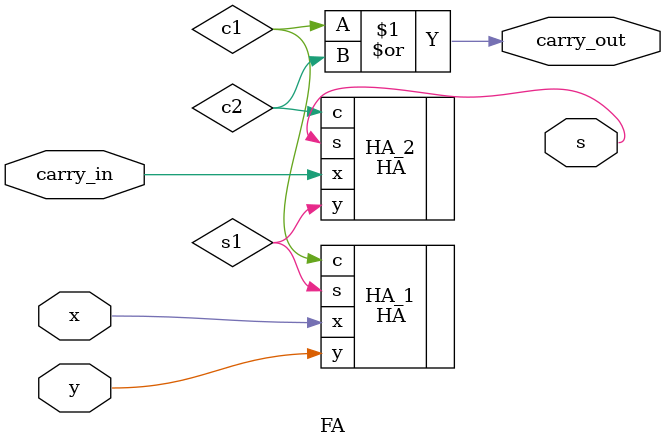
<source format=v>
`include "HA.v"
module FA(s, carry_out, x, y, carry_in);
input        x;
input        y;
input        carry_in;
output       s;
output       carry_out;
wire         s1, c1, c2;

HA HA_1(.s(s1), .c(c1), .x(x), .y(y));
HA HA_2(.s(s), .c(c2), .x(carry_in), .y(s1));
or (carry_out, c1, c2);
  
endmodule


</source>
